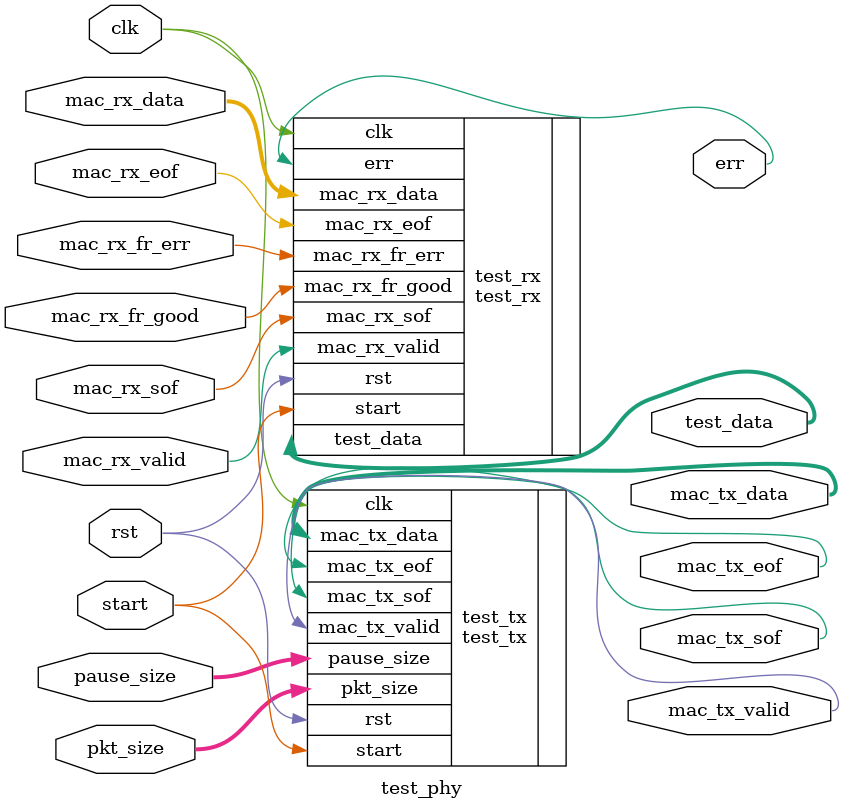
<source format=v>

module test_phy #(
    parameter TEST_DATA_WIDTH = 8
)(
    output [TEST_DATA_WIDTH-1:0] mac_tx_data,
    output mac_tx_valid,
    output mac_tx_sof,
    output mac_tx_eof,

    input [TEST_DATA_WIDTH-1:0] mac_rx_data,
    input mac_rx_valid,
    input mac_rx_sof,
    input mac_rx_eof,
    input mac_rx_fr_good,
    input mac_rx_fr_err,

    input [15:0] pkt_size,
    input [15:0] pause_size,
    input start,
    output err,
    output [TEST_DATA_WIDTH-1:0] test_data,

    input clk,
    input rst
);

test_tx #(
    .TEST_DATA_WIDTH(TEST_DATA_WIDTH)
) test_tx (
    .mac_tx_data (mac_tx_data ),
    .mac_tx_valid(mac_tx_valid),
    .mac_tx_sof  (mac_tx_sof  ),
    .mac_tx_eof  (mac_tx_eof  ),

    .start(start),
    .pkt_size(pkt_size),
    .pause_size(pause_size),

    .clk(clk),
    .rst(rst)
);

test_rx #(
    .TEST_DATA_WIDTH(TEST_DATA_WIDTH)
)  test_rx (
    .mac_rx_data   (mac_rx_data   ),
    .mac_rx_valid  (mac_rx_valid  ),
    .mac_rx_sof    (mac_rx_sof    ),
    .mac_rx_eof    (mac_rx_eof    ),
    .mac_rx_fr_good(mac_rx_fr_good),
    .mac_rx_fr_err (mac_rx_fr_err ),

    .start(start),
    .err(err),
    .test_data(test_data),

    .clk(clk),
    .rst(rst)
);


endmodule

</source>
